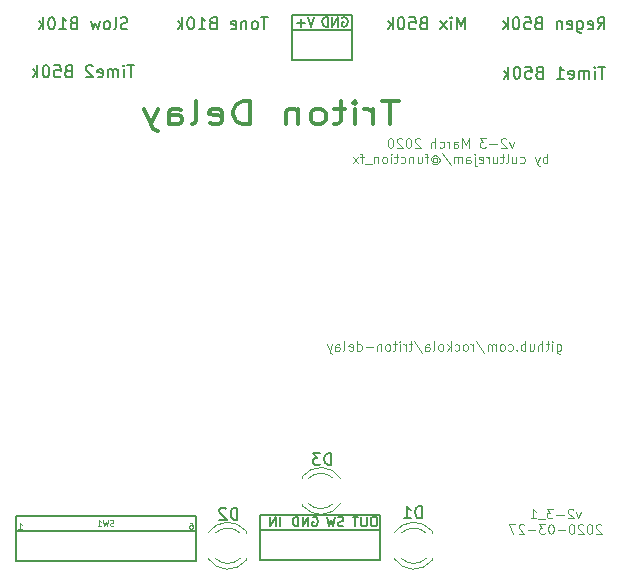
<source format=gbo>
G04 #@! TF.GenerationSoftware,KiCad,Pcbnew,(5.99.0-1153-ge46e2e4e7)*
G04 #@! TF.CreationDate,2020-03-27T11:22:06+02:00*
G04 #@! TF.ProjectId,triton-delay,74726974-6f6e-42d6-9465-6c61792e6b69,rev?*
G04 #@! TF.SameCoordinates,Original*
G04 #@! TF.FileFunction,Legend,Bot*
G04 #@! TF.FilePolarity,Positive*
%FSLAX46Y46*%
G04 Gerber Fmt 4.6, Leading zero omitted, Abs format (unit mm)*
G04 Created by KiCad (PCBNEW (5.99.0-1153-ge46e2e4e7)) date 2020-03-27 11:22:06*
%MOMM*%
%LPD*%
G01*
G04 APERTURE LIST*
%ADD10C,0.080000*%
%ADD11C,0.100000*%
%ADD12C,0.300000*%
%ADD13C,0.127000*%
%ADD14C,0.120000*%
%ADD15C,0.150000*%
%ADD16O,1.700000X1.700000*%
%ADD17C,1.700000*%
%ADD18O,2.132000X2.132000*%
%ADD19R,2.132000X2.132000*%
%ADD20O,2.030400X2.030400*%
%ADD21R,2.030400X2.030400*%
%ADD22R,1.150000X1.600000*%
%ADD23O,1.150000X1.600000*%
%ADD24R,1.700000X1.700000*%
%ADD25C,1.900000*%
%ADD26R,1.900000X1.900000*%
G04 APERTURE END LIST*
D10*
X95408666Y-82625380D02*
X95337238Y-82649190D01*
X95218190Y-82649190D01*
X95170571Y-82625380D01*
X95146761Y-82601571D01*
X95122952Y-82553952D01*
X95122952Y-82506333D01*
X95146761Y-82458714D01*
X95170571Y-82434904D01*
X95218190Y-82411095D01*
X95313428Y-82387285D01*
X95361047Y-82363476D01*
X95384857Y-82339666D01*
X95408666Y-82292047D01*
X95408666Y-82244428D01*
X95384857Y-82196809D01*
X95361047Y-82173000D01*
X95313428Y-82149190D01*
X95194380Y-82149190D01*
X95122952Y-82173000D01*
X94956285Y-82149190D02*
X94837238Y-82649190D01*
X94742000Y-82292047D01*
X94646761Y-82649190D01*
X94527714Y-82149190D01*
X94075333Y-82649190D02*
X94361047Y-82649190D01*
X94218190Y-82649190D02*
X94218190Y-82149190D01*
X94265809Y-82220619D01*
X94313428Y-82268238D01*
X94361047Y-82292047D01*
X101885761Y-82403190D02*
X101981000Y-82403190D01*
X102028619Y-82427000D01*
X102052428Y-82450809D01*
X102100047Y-82522238D01*
X102123857Y-82617476D01*
X102123857Y-82807952D01*
X102100047Y-82855571D01*
X102076238Y-82879380D01*
X102028619Y-82903190D01*
X101933380Y-82903190D01*
X101885761Y-82879380D01*
X101861952Y-82855571D01*
X101838142Y-82807952D01*
X101838142Y-82688904D01*
X101861952Y-82641285D01*
X101885761Y-82617476D01*
X101933380Y-82593666D01*
X102028619Y-82593666D01*
X102076238Y-82617476D01*
X102100047Y-82641285D01*
X102123857Y-82688904D01*
X87360142Y-82903190D02*
X87645857Y-82903190D01*
X87503000Y-82903190D02*
X87503000Y-82403190D01*
X87550619Y-82474619D01*
X87598238Y-82522238D01*
X87645857Y-82546047D01*
X134975333Y-81480571D02*
X134784857Y-82013904D01*
X134594380Y-81480571D01*
X134327714Y-81290095D02*
X134289619Y-81252000D01*
X134213428Y-81213904D01*
X134022952Y-81213904D01*
X133946761Y-81252000D01*
X133908666Y-81290095D01*
X133870571Y-81366285D01*
X133870571Y-81442476D01*
X133908666Y-81556761D01*
X134365809Y-82013904D01*
X133870571Y-82013904D01*
X133527714Y-81709142D02*
X132918190Y-81709142D01*
X132613428Y-81213904D02*
X132118190Y-81213904D01*
X132384857Y-81518666D01*
X132270571Y-81518666D01*
X132194380Y-81556761D01*
X132156285Y-81594857D01*
X132118190Y-81671047D01*
X132118190Y-81861523D01*
X132156285Y-81937714D01*
X132194380Y-81975809D01*
X132270571Y-82013904D01*
X132499142Y-82013904D01*
X132575333Y-81975809D01*
X132613428Y-81937714D01*
X131965809Y-82090095D02*
X131356285Y-82090095D01*
X130746761Y-82013904D02*
X131203904Y-82013904D01*
X130975333Y-82013904D02*
X130975333Y-81213904D01*
X131051523Y-81328190D01*
X131127714Y-81404380D01*
X131203904Y-81442476D01*
X136727714Y-82578095D02*
X136689619Y-82540000D01*
X136613428Y-82501904D01*
X136422952Y-82501904D01*
X136346761Y-82540000D01*
X136308666Y-82578095D01*
X136270571Y-82654285D01*
X136270571Y-82730476D01*
X136308666Y-82844761D01*
X136765809Y-83301904D01*
X136270571Y-83301904D01*
X135775333Y-82501904D02*
X135699142Y-82501904D01*
X135622952Y-82540000D01*
X135584857Y-82578095D01*
X135546761Y-82654285D01*
X135508666Y-82806666D01*
X135508666Y-82997142D01*
X135546761Y-83149523D01*
X135584857Y-83225714D01*
X135622952Y-83263809D01*
X135699142Y-83301904D01*
X135775333Y-83301904D01*
X135851523Y-83263809D01*
X135889619Y-83225714D01*
X135927714Y-83149523D01*
X135965809Y-82997142D01*
X135965809Y-82806666D01*
X135927714Y-82654285D01*
X135889619Y-82578095D01*
X135851523Y-82540000D01*
X135775333Y-82501904D01*
X135203904Y-82578095D02*
X135165809Y-82540000D01*
X135089619Y-82501904D01*
X134899142Y-82501904D01*
X134822952Y-82540000D01*
X134784857Y-82578095D01*
X134746761Y-82654285D01*
X134746761Y-82730476D01*
X134784857Y-82844761D01*
X135242000Y-83301904D01*
X134746761Y-83301904D01*
X134251523Y-82501904D02*
X134175333Y-82501904D01*
X134099142Y-82540000D01*
X134061047Y-82578095D01*
X134022952Y-82654285D01*
X133984857Y-82806666D01*
X133984857Y-82997142D01*
X134022952Y-83149523D01*
X134061047Y-83225714D01*
X134099142Y-83263809D01*
X134175333Y-83301904D01*
X134251523Y-83301904D01*
X134327714Y-83263809D01*
X134365809Y-83225714D01*
X134403904Y-83149523D01*
X134442000Y-82997142D01*
X134442000Y-82806666D01*
X134403904Y-82654285D01*
X134365809Y-82578095D01*
X134327714Y-82540000D01*
X134251523Y-82501904D01*
X133642000Y-82997142D02*
X133032476Y-82997142D01*
X132499142Y-82501904D02*
X132422952Y-82501904D01*
X132346761Y-82540000D01*
X132308666Y-82578095D01*
X132270571Y-82654285D01*
X132232476Y-82806666D01*
X132232476Y-82997142D01*
X132270571Y-83149523D01*
X132308666Y-83225714D01*
X132346761Y-83263809D01*
X132422952Y-83301904D01*
X132499142Y-83301904D01*
X132575333Y-83263809D01*
X132613428Y-83225714D01*
X132651523Y-83149523D01*
X132689619Y-82997142D01*
X132689619Y-82806666D01*
X132651523Y-82654285D01*
X132613428Y-82578095D01*
X132575333Y-82540000D01*
X132499142Y-82501904D01*
X131965809Y-82501904D02*
X131470571Y-82501904D01*
X131737238Y-82806666D01*
X131622952Y-82806666D01*
X131546761Y-82844761D01*
X131508666Y-82882857D01*
X131470571Y-82959047D01*
X131470571Y-83149523D01*
X131508666Y-83225714D01*
X131546761Y-83263809D01*
X131622952Y-83301904D01*
X131851523Y-83301904D01*
X131927714Y-83263809D01*
X131965809Y-83225714D01*
X131127714Y-82997142D02*
X130518190Y-82997142D01*
X130175333Y-82578095D02*
X130137238Y-82540000D01*
X130061047Y-82501904D01*
X129870571Y-82501904D01*
X129794380Y-82540000D01*
X129756285Y-82578095D01*
X129718190Y-82654285D01*
X129718190Y-82730476D01*
X129756285Y-82844761D01*
X130213428Y-83301904D01*
X129718190Y-83301904D01*
X129451523Y-82501904D02*
X128918190Y-82501904D01*
X129261047Y-83301904D01*
D11*
X129304380Y-50111571D02*
X129113904Y-50644904D01*
X128923428Y-50111571D01*
X128656761Y-49921095D02*
X128618666Y-49883000D01*
X128542476Y-49844904D01*
X128352000Y-49844904D01*
X128275809Y-49883000D01*
X128237714Y-49921095D01*
X128199619Y-49997285D01*
X128199619Y-50073476D01*
X128237714Y-50187761D01*
X128694857Y-50644904D01*
X128199619Y-50644904D01*
X127856761Y-50340142D02*
X127247238Y-50340142D01*
X126942476Y-49844904D02*
X126447238Y-49844904D01*
X126713904Y-50149666D01*
X126599619Y-50149666D01*
X126523428Y-50187761D01*
X126485333Y-50225857D01*
X126447238Y-50302047D01*
X126447238Y-50492523D01*
X126485333Y-50568714D01*
X126523428Y-50606809D01*
X126599619Y-50644904D01*
X126828190Y-50644904D01*
X126904380Y-50606809D01*
X126942476Y-50568714D01*
X125494857Y-50644904D02*
X125494857Y-49844904D01*
X125228190Y-50416333D01*
X124961523Y-49844904D01*
X124961523Y-50644904D01*
X124237714Y-50644904D02*
X124237714Y-50225857D01*
X124275809Y-50149666D01*
X124352000Y-50111571D01*
X124504380Y-50111571D01*
X124580571Y-50149666D01*
X124237714Y-50606809D02*
X124313904Y-50644904D01*
X124504380Y-50644904D01*
X124580571Y-50606809D01*
X124618666Y-50530619D01*
X124618666Y-50454428D01*
X124580571Y-50378238D01*
X124504380Y-50340142D01*
X124313904Y-50340142D01*
X124237714Y-50302047D01*
X123856761Y-50644904D02*
X123856761Y-50111571D01*
X123856761Y-50263952D02*
X123818666Y-50187761D01*
X123780571Y-50149666D01*
X123704380Y-50111571D01*
X123628190Y-50111571D01*
X123018666Y-50606809D02*
X123094857Y-50644904D01*
X123247238Y-50644904D01*
X123323428Y-50606809D01*
X123361523Y-50568714D01*
X123399619Y-50492523D01*
X123399619Y-50263952D01*
X123361523Y-50187761D01*
X123323428Y-50149666D01*
X123247238Y-50111571D01*
X123094857Y-50111571D01*
X123018666Y-50149666D01*
X122675809Y-50644904D02*
X122675809Y-49844904D01*
X122332952Y-50644904D02*
X122332952Y-50225857D01*
X122371047Y-50149666D01*
X122447238Y-50111571D01*
X122561523Y-50111571D01*
X122637714Y-50149666D01*
X122675809Y-50187761D01*
X121380571Y-49921095D02*
X121342476Y-49883000D01*
X121266285Y-49844904D01*
X121075809Y-49844904D01*
X120999619Y-49883000D01*
X120961523Y-49921095D01*
X120923428Y-49997285D01*
X120923428Y-50073476D01*
X120961523Y-50187761D01*
X121418666Y-50644904D01*
X120923428Y-50644904D01*
X120428190Y-49844904D02*
X120352000Y-49844904D01*
X120275809Y-49883000D01*
X120237714Y-49921095D01*
X120199619Y-49997285D01*
X120161523Y-50149666D01*
X120161523Y-50340142D01*
X120199619Y-50492523D01*
X120237714Y-50568714D01*
X120275809Y-50606809D01*
X120352000Y-50644904D01*
X120428190Y-50644904D01*
X120504380Y-50606809D01*
X120542476Y-50568714D01*
X120580571Y-50492523D01*
X120618666Y-50340142D01*
X120618666Y-50149666D01*
X120580571Y-49997285D01*
X120542476Y-49921095D01*
X120504380Y-49883000D01*
X120428190Y-49844904D01*
X119856761Y-49921095D02*
X119818666Y-49883000D01*
X119742476Y-49844904D01*
X119552000Y-49844904D01*
X119475809Y-49883000D01*
X119437714Y-49921095D01*
X119399619Y-49997285D01*
X119399619Y-50073476D01*
X119437714Y-50187761D01*
X119894857Y-50644904D01*
X119399619Y-50644904D01*
X118904380Y-49844904D02*
X118828190Y-49844904D01*
X118752000Y-49883000D01*
X118713904Y-49921095D01*
X118675809Y-49997285D01*
X118637714Y-50149666D01*
X118637714Y-50340142D01*
X118675809Y-50492523D01*
X118713904Y-50568714D01*
X118752000Y-50606809D01*
X118828190Y-50644904D01*
X118904380Y-50644904D01*
X118980571Y-50606809D01*
X119018666Y-50568714D01*
X119056761Y-50492523D01*
X119094857Y-50340142D01*
X119094857Y-50149666D01*
X119056761Y-49997285D01*
X119018666Y-49921095D01*
X118980571Y-49883000D01*
X118904380Y-49844904D01*
X132142476Y-51932904D02*
X132142476Y-51132904D01*
X132142476Y-51437666D02*
X132066285Y-51399571D01*
X131913904Y-51399571D01*
X131837714Y-51437666D01*
X131799619Y-51475761D01*
X131761523Y-51551952D01*
X131761523Y-51780523D01*
X131799619Y-51856714D01*
X131837714Y-51894809D01*
X131913904Y-51932904D01*
X132066285Y-51932904D01*
X132142476Y-51894809D01*
X131494857Y-51399571D02*
X131304380Y-51932904D01*
X131113904Y-51399571D02*
X131304380Y-51932904D01*
X131380571Y-52123380D01*
X131418666Y-52161476D01*
X131494857Y-52199571D01*
X129856761Y-51894809D02*
X129932952Y-51932904D01*
X130085333Y-51932904D01*
X130161523Y-51894809D01*
X130199619Y-51856714D01*
X130237714Y-51780523D01*
X130237714Y-51551952D01*
X130199619Y-51475761D01*
X130161523Y-51437666D01*
X130085333Y-51399571D01*
X129932952Y-51399571D01*
X129856761Y-51437666D01*
X129171047Y-51399571D02*
X129171047Y-51932904D01*
X129513904Y-51399571D02*
X129513904Y-51818619D01*
X129475809Y-51894809D01*
X129399619Y-51932904D01*
X129285333Y-51932904D01*
X129209142Y-51894809D01*
X129171047Y-51856714D01*
X128675809Y-51932904D02*
X128751999Y-51894809D01*
X128790095Y-51818619D01*
X128790095Y-51132904D01*
X128485333Y-51399571D02*
X128180571Y-51399571D01*
X128371047Y-51132904D02*
X128371047Y-51818619D01*
X128332952Y-51894809D01*
X128256761Y-51932904D01*
X128180571Y-51932904D01*
X127571047Y-51399571D02*
X127571047Y-51932904D01*
X127913904Y-51399571D02*
X127913904Y-51818619D01*
X127875809Y-51894809D01*
X127799619Y-51932904D01*
X127685333Y-51932904D01*
X127609142Y-51894809D01*
X127571047Y-51856714D01*
X127190095Y-51932904D02*
X127190095Y-51399571D01*
X127190095Y-51551952D02*
X127151999Y-51475761D01*
X127113904Y-51437666D01*
X127037714Y-51399571D01*
X126961523Y-51399571D01*
X126390095Y-51894809D02*
X126466285Y-51932904D01*
X126618666Y-51932904D01*
X126694857Y-51894809D01*
X126732952Y-51818619D01*
X126732952Y-51513857D01*
X126694857Y-51437666D01*
X126618666Y-51399571D01*
X126466285Y-51399571D01*
X126390095Y-51437666D01*
X126351999Y-51513857D01*
X126351999Y-51590047D01*
X126732952Y-51666238D01*
X126009142Y-51399571D02*
X126009142Y-52085285D01*
X126047238Y-52161476D01*
X126123428Y-52199571D01*
X126161523Y-52199571D01*
X126009142Y-51132904D02*
X126047238Y-51171000D01*
X126009142Y-51209095D01*
X125971047Y-51171000D01*
X126009142Y-51132904D01*
X126009142Y-51209095D01*
X125285333Y-51932904D02*
X125285333Y-51513857D01*
X125323428Y-51437666D01*
X125399619Y-51399571D01*
X125552000Y-51399571D01*
X125628190Y-51437666D01*
X125285333Y-51894809D02*
X125361523Y-51932904D01*
X125552000Y-51932904D01*
X125628190Y-51894809D01*
X125666285Y-51818619D01*
X125666285Y-51742428D01*
X125628190Y-51666238D01*
X125552000Y-51628142D01*
X125361523Y-51628142D01*
X125285333Y-51590047D01*
X124904380Y-51932904D02*
X124904380Y-51399571D01*
X124904380Y-51475761D02*
X124866285Y-51437666D01*
X124790095Y-51399571D01*
X124675809Y-51399571D01*
X124599619Y-51437666D01*
X124561523Y-51513857D01*
X124561523Y-51932904D01*
X124561523Y-51513857D02*
X124523428Y-51437666D01*
X124447238Y-51399571D01*
X124332952Y-51399571D01*
X124256761Y-51437666D01*
X124218666Y-51513857D01*
X124218666Y-51932904D01*
X123266285Y-51094809D02*
X123952000Y-52123380D01*
X122504380Y-51551952D02*
X122542476Y-51513857D01*
X122618666Y-51475761D01*
X122694857Y-51475761D01*
X122771047Y-51513857D01*
X122809142Y-51551952D01*
X122847238Y-51628142D01*
X122847238Y-51704333D01*
X122809142Y-51780523D01*
X122771047Y-51818619D01*
X122694857Y-51856714D01*
X122618666Y-51856714D01*
X122542476Y-51818619D01*
X122504380Y-51780523D01*
X122504380Y-51475761D02*
X122504380Y-51780523D01*
X122466285Y-51818619D01*
X122428190Y-51818619D01*
X122352000Y-51780523D01*
X122313904Y-51704333D01*
X122313904Y-51513857D01*
X122390095Y-51399571D01*
X122504380Y-51323380D01*
X122656761Y-51285285D01*
X122809142Y-51323380D01*
X122923428Y-51399571D01*
X122999619Y-51513857D01*
X123037714Y-51666238D01*
X122999619Y-51818619D01*
X122923428Y-51932904D01*
X122809142Y-52009095D01*
X122656761Y-52047190D01*
X122504380Y-52009095D01*
X122390095Y-51932904D01*
X122085333Y-51399571D02*
X121780571Y-51399571D01*
X121971047Y-51932904D02*
X121971047Y-51247190D01*
X121932952Y-51171000D01*
X121856761Y-51132904D01*
X121780571Y-51132904D01*
X121171047Y-51399571D02*
X121171047Y-51932904D01*
X121513904Y-51399571D02*
X121513904Y-51818619D01*
X121475809Y-51894809D01*
X121399619Y-51932904D01*
X121285333Y-51932904D01*
X121209142Y-51894809D01*
X121171047Y-51856714D01*
X120790095Y-51399571D02*
X120790095Y-51932904D01*
X120790095Y-51475761D02*
X120752000Y-51437666D01*
X120675809Y-51399571D01*
X120561523Y-51399571D01*
X120485333Y-51437666D01*
X120447238Y-51513857D01*
X120447238Y-51932904D01*
X119723428Y-51894809D02*
X119799619Y-51932904D01*
X119952000Y-51932904D01*
X120028190Y-51894809D01*
X120066285Y-51856714D01*
X120104380Y-51780523D01*
X120104380Y-51551952D01*
X120066285Y-51475761D01*
X120028190Y-51437666D01*
X119952000Y-51399571D01*
X119799619Y-51399571D01*
X119723428Y-51437666D01*
X119494857Y-51399571D02*
X119190095Y-51399571D01*
X119380571Y-51132904D02*
X119380571Y-51818619D01*
X119342476Y-51894809D01*
X119266285Y-51932904D01*
X119190095Y-51932904D01*
X118923428Y-51932904D02*
X118923428Y-51399571D01*
X118923428Y-51132904D02*
X118961523Y-51171000D01*
X118923428Y-51209095D01*
X118885333Y-51171000D01*
X118923428Y-51132904D01*
X118923428Y-51209095D01*
X118428190Y-51932904D02*
X118504380Y-51894809D01*
X118542476Y-51856714D01*
X118580571Y-51780523D01*
X118580571Y-51551952D01*
X118542476Y-51475761D01*
X118504380Y-51437666D01*
X118428190Y-51399571D01*
X118313904Y-51399571D01*
X118237714Y-51437666D01*
X118199619Y-51475761D01*
X118161523Y-51551952D01*
X118161523Y-51780523D01*
X118199619Y-51856714D01*
X118237714Y-51894809D01*
X118313904Y-51932904D01*
X118428190Y-51932904D01*
X117818666Y-51399571D02*
X117818666Y-51932904D01*
X117818666Y-51475761D02*
X117780571Y-51437666D01*
X117704380Y-51399571D01*
X117590095Y-51399571D01*
X117513904Y-51437666D01*
X117475809Y-51513857D01*
X117475809Y-51932904D01*
X117285333Y-52009095D02*
X116675809Y-52009095D01*
X116599619Y-51399571D02*
X116294857Y-51399571D01*
X116485333Y-51932904D02*
X116485333Y-51247190D01*
X116447238Y-51171000D01*
X116371047Y-51132904D01*
X116294857Y-51132904D01*
X116104380Y-51932904D02*
X115685333Y-51399571D01*
X116104380Y-51399571D02*
X115685333Y-51932904D01*
X132948761Y-67265571D02*
X132948761Y-67913190D01*
X132986857Y-67989380D01*
X133024952Y-68027476D01*
X133101142Y-68065571D01*
X133215428Y-68065571D01*
X133291619Y-68027476D01*
X132948761Y-67760809D02*
X133024952Y-67798904D01*
X133177333Y-67798904D01*
X133253523Y-67760809D01*
X133291619Y-67722714D01*
X133329714Y-67646523D01*
X133329714Y-67417952D01*
X133291619Y-67341761D01*
X133253523Y-67303666D01*
X133177333Y-67265571D01*
X133024952Y-67265571D01*
X132948761Y-67303666D01*
X132567809Y-67798904D02*
X132567809Y-67265571D01*
X132567809Y-66998904D02*
X132605904Y-67037000D01*
X132567809Y-67075095D01*
X132529714Y-67037000D01*
X132567809Y-66998904D01*
X132567809Y-67075095D01*
X132301142Y-67265571D02*
X131996380Y-67265571D01*
X132186857Y-66998904D02*
X132186857Y-67684619D01*
X132148761Y-67760809D01*
X132072571Y-67798904D01*
X131996380Y-67798904D01*
X131729714Y-67798904D02*
X131729714Y-66998904D01*
X131386857Y-67798904D02*
X131386857Y-67379857D01*
X131424952Y-67303666D01*
X131501142Y-67265571D01*
X131615428Y-67265571D01*
X131691619Y-67303666D01*
X131729714Y-67341761D01*
X130663047Y-67265571D02*
X130663047Y-67798904D01*
X131005904Y-67265571D02*
X131005904Y-67684619D01*
X130967809Y-67760809D01*
X130891619Y-67798904D01*
X130777333Y-67798904D01*
X130701142Y-67760809D01*
X130663047Y-67722714D01*
X130282095Y-67798904D02*
X130282095Y-66998904D01*
X130282095Y-67303666D02*
X130205904Y-67265571D01*
X130053523Y-67265571D01*
X129977333Y-67303666D01*
X129939238Y-67341761D01*
X129901142Y-67417952D01*
X129901142Y-67646523D01*
X129939238Y-67722714D01*
X129977333Y-67760809D01*
X130053523Y-67798904D01*
X130205904Y-67798904D01*
X130282095Y-67760809D01*
X129558285Y-67722714D02*
X129520190Y-67760809D01*
X129558285Y-67798904D01*
X129596380Y-67760809D01*
X129558285Y-67722714D01*
X129558285Y-67798904D01*
X128834476Y-67760809D02*
X128910666Y-67798904D01*
X129063047Y-67798904D01*
X129139238Y-67760809D01*
X129177333Y-67722714D01*
X129215428Y-67646523D01*
X129215428Y-67417952D01*
X129177333Y-67341761D01*
X129139238Y-67303666D01*
X129063047Y-67265571D01*
X128910666Y-67265571D01*
X128834476Y-67303666D01*
X128377333Y-67798904D02*
X128453523Y-67760809D01*
X128491619Y-67722714D01*
X128529714Y-67646523D01*
X128529714Y-67417952D01*
X128491619Y-67341761D01*
X128453523Y-67303666D01*
X128377333Y-67265571D01*
X128263047Y-67265571D01*
X128186857Y-67303666D01*
X128148761Y-67341761D01*
X128110666Y-67417952D01*
X128110666Y-67646523D01*
X128148761Y-67722714D01*
X128186857Y-67760809D01*
X128263047Y-67798904D01*
X128377333Y-67798904D01*
X127767809Y-67798904D02*
X127767809Y-67265571D01*
X127767809Y-67341761D02*
X127729714Y-67303666D01*
X127653523Y-67265571D01*
X127539238Y-67265571D01*
X127463047Y-67303666D01*
X127424952Y-67379857D01*
X127424952Y-67798904D01*
X127424952Y-67379857D02*
X127386857Y-67303666D01*
X127310666Y-67265571D01*
X127196380Y-67265571D01*
X127120190Y-67303666D01*
X127082095Y-67379857D01*
X127082095Y-67798904D01*
X126129714Y-66960809D02*
X126815428Y-67989380D01*
X125863047Y-67798904D02*
X125863047Y-67265571D01*
X125863047Y-67417952D02*
X125824952Y-67341761D01*
X125786857Y-67303666D01*
X125710666Y-67265571D01*
X125634476Y-67265571D01*
X125253523Y-67798904D02*
X125329714Y-67760809D01*
X125367809Y-67722714D01*
X125405904Y-67646523D01*
X125405904Y-67417952D01*
X125367809Y-67341761D01*
X125329714Y-67303666D01*
X125253523Y-67265571D01*
X125139238Y-67265571D01*
X125063047Y-67303666D01*
X125024952Y-67341761D01*
X124986857Y-67417952D01*
X124986857Y-67646523D01*
X125024952Y-67722714D01*
X125063047Y-67760809D01*
X125139238Y-67798904D01*
X125253523Y-67798904D01*
X124301142Y-67760809D02*
X124377333Y-67798904D01*
X124529714Y-67798904D01*
X124605904Y-67760809D01*
X124644000Y-67722714D01*
X124682095Y-67646523D01*
X124682095Y-67417952D01*
X124644000Y-67341761D01*
X124605904Y-67303666D01*
X124529714Y-67265571D01*
X124377333Y-67265571D01*
X124301142Y-67303666D01*
X123958285Y-67798904D02*
X123958285Y-66998904D01*
X123882095Y-67494142D02*
X123653523Y-67798904D01*
X123653523Y-67265571D02*
X123958285Y-67570333D01*
X123196380Y-67798904D02*
X123272571Y-67760809D01*
X123310666Y-67722714D01*
X123348761Y-67646523D01*
X123348761Y-67417952D01*
X123310666Y-67341761D01*
X123272571Y-67303666D01*
X123196380Y-67265571D01*
X123082095Y-67265571D01*
X123005904Y-67303666D01*
X122967809Y-67341761D01*
X122929714Y-67417952D01*
X122929714Y-67646523D01*
X122967809Y-67722714D01*
X123005904Y-67760809D01*
X123082095Y-67798904D01*
X123196380Y-67798904D01*
X122472571Y-67798904D02*
X122548761Y-67760809D01*
X122586857Y-67684619D01*
X122586857Y-66998904D01*
X121824952Y-67798904D02*
X121824952Y-67379857D01*
X121863047Y-67303666D01*
X121939238Y-67265571D01*
X122091619Y-67265571D01*
X122167809Y-67303666D01*
X121824952Y-67760809D02*
X121901142Y-67798904D01*
X122091619Y-67798904D01*
X122167809Y-67760809D01*
X122205904Y-67684619D01*
X122205904Y-67608428D01*
X122167809Y-67532238D01*
X122091619Y-67494142D01*
X121901142Y-67494142D01*
X121824952Y-67456047D01*
X120872571Y-66960809D02*
X121558285Y-67989380D01*
X120720190Y-67265571D02*
X120415428Y-67265571D01*
X120605904Y-66998904D02*
X120605904Y-67684619D01*
X120567809Y-67760809D01*
X120491619Y-67798904D01*
X120415428Y-67798904D01*
X120148761Y-67798904D02*
X120148761Y-67265571D01*
X120148761Y-67417952D02*
X120110666Y-67341761D01*
X120072571Y-67303666D01*
X119996380Y-67265571D01*
X119920190Y-67265571D01*
X119653523Y-67798904D02*
X119653523Y-67265571D01*
X119653523Y-66998904D02*
X119691619Y-67037000D01*
X119653523Y-67075095D01*
X119615428Y-67037000D01*
X119653523Y-66998904D01*
X119653523Y-67075095D01*
X119386857Y-67265571D02*
X119082095Y-67265571D01*
X119272571Y-66998904D02*
X119272571Y-67684619D01*
X119234476Y-67760809D01*
X119158285Y-67798904D01*
X119082095Y-67798904D01*
X118701142Y-67798904D02*
X118777333Y-67760809D01*
X118815428Y-67722714D01*
X118853523Y-67646523D01*
X118853523Y-67417952D01*
X118815428Y-67341761D01*
X118777333Y-67303666D01*
X118701142Y-67265571D01*
X118586857Y-67265571D01*
X118510666Y-67303666D01*
X118472571Y-67341761D01*
X118434476Y-67417952D01*
X118434476Y-67646523D01*
X118472571Y-67722714D01*
X118510666Y-67760809D01*
X118586857Y-67798904D01*
X118701142Y-67798904D01*
X118091619Y-67265571D02*
X118091619Y-67798904D01*
X118091619Y-67341761D02*
X118053523Y-67303666D01*
X117977333Y-67265571D01*
X117863047Y-67265571D01*
X117786857Y-67303666D01*
X117748761Y-67379857D01*
X117748761Y-67798904D01*
X117367809Y-67494142D02*
X116758285Y-67494142D01*
X116034476Y-67798904D02*
X116034476Y-66998904D01*
X116034476Y-67760809D02*
X116110666Y-67798904D01*
X116263047Y-67798904D01*
X116339238Y-67760809D01*
X116377333Y-67722714D01*
X116415428Y-67646523D01*
X116415428Y-67417952D01*
X116377333Y-67341761D01*
X116339238Y-67303666D01*
X116263047Y-67265571D01*
X116110666Y-67265571D01*
X116034476Y-67303666D01*
X115348761Y-67760809D02*
X115424952Y-67798904D01*
X115577333Y-67798904D01*
X115653523Y-67760809D01*
X115691619Y-67684619D01*
X115691619Y-67379857D01*
X115653523Y-67303666D01*
X115577333Y-67265571D01*
X115424952Y-67265571D01*
X115348761Y-67303666D01*
X115310666Y-67379857D01*
X115310666Y-67456047D01*
X115691619Y-67532238D01*
X114853523Y-67798904D02*
X114929714Y-67760809D01*
X114967809Y-67684619D01*
X114967809Y-66998904D01*
X114205904Y-67798904D02*
X114205904Y-67379857D01*
X114244000Y-67303666D01*
X114320190Y-67265571D01*
X114472571Y-67265571D01*
X114548761Y-67303666D01*
X114205904Y-67760809D02*
X114282095Y-67798904D01*
X114472571Y-67798904D01*
X114548761Y-67760809D01*
X114586857Y-67684619D01*
X114586857Y-67608428D01*
X114548761Y-67532238D01*
X114472571Y-67494142D01*
X114282095Y-67494142D01*
X114205904Y-67456047D01*
X113901142Y-67265571D02*
X113710666Y-67798904D01*
X113520190Y-67265571D02*
X113710666Y-67798904D01*
X113786857Y-67989380D01*
X113824952Y-68027476D01*
X113901142Y-68065571D01*
D12*
X119562000Y-46711523D02*
X118162000Y-46711523D01*
X118862000Y-48611523D02*
X118862000Y-46711523D01*
X117345333Y-48611523D02*
X117345333Y-47344857D01*
X117345333Y-47706761D02*
X117228666Y-47525809D01*
X117112000Y-47435333D01*
X116878666Y-47344857D01*
X116645333Y-47344857D01*
X115828666Y-48611523D02*
X115828666Y-47344857D01*
X115828666Y-46711523D02*
X115945333Y-46802000D01*
X115828666Y-46892476D01*
X115712000Y-46802000D01*
X115828666Y-46711523D01*
X115828666Y-46892476D01*
X115012000Y-47344857D02*
X114078666Y-47344857D01*
X114662000Y-46711523D02*
X114662000Y-48340095D01*
X114545333Y-48521047D01*
X114312000Y-48611523D01*
X114078666Y-48611523D01*
X112912000Y-48611523D02*
X113145333Y-48521047D01*
X113262000Y-48430571D01*
X113378666Y-48249619D01*
X113378666Y-47706761D01*
X113262000Y-47525809D01*
X113145333Y-47435333D01*
X112912000Y-47344857D01*
X112562000Y-47344857D01*
X112328666Y-47435333D01*
X112212000Y-47525809D01*
X112095333Y-47706761D01*
X112095333Y-48249619D01*
X112212000Y-48430571D01*
X112328666Y-48521047D01*
X112562000Y-48611523D01*
X112912000Y-48611523D01*
X111045333Y-47344857D02*
X111045333Y-48611523D01*
X111045333Y-47525809D02*
X110928666Y-47435333D01*
X110695333Y-47344857D01*
X110345333Y-47344857D01*
X110112000Y-47435333D01*
X109995333Y-47616285D01*
X109995333Y-48611523D01*
X106962000Y-48611523D02*
X106962000Y-46711523D01*
X106378666Y-46711523D01*
X106028666Y-46802000D01*
X105795333Y-46982952D01*
X105678666Y-47163904D01*
X105562000Y-47525809D01*
X105562000Y-47797238D01*
X105678666Y-48159142D01*
X105795333Y-48340095D01*
X106028666Y-48521047D01*
X106378666Y-48611523D01*
X106962000Y-48611523D01*
X103578666Y-48521047D02*
X103812000Y-48611523D01*
X104278666Y-48611523D01*
X104512000Y-48521047D01*
X104628666Y-48340095D01*
X104628666Y-47616285D01*
X104512000Y-47435333D01*
X104278666Y-47344857D01*
X103812000Y-47344857D01*
X103578666Y-47435333D01*
X103462000Y-47616285D01*
X103462000Y-47797238D01*
X104628666Y-47978190D01*
X102062000Y-48611523D02*
X102295333Y-48521047D01*
X102412000Y-48340095D01*
X102412000Y-46711523D01*
X100078666Y-48611523D02*
X100078666Y-47616285D01*
X100195333Y-47435333D01*
X100428666Y-47344857D01*
X100895333Y-47344857D01*
X101128666Y-47435333D01*
X100078666Y-48521047D02*
X100312000Y-48611523D01*
X100895333Y-48611523D01*
X101128666Y-48521047D01*
X101245333Y-48340095D01*
X101245333Y-48159142D01*
X101128666Y-47978190D01*
X100895333Y-47887714D01*
X100312000Y-47887714D01*
X100078666Y-47797238D01*
X99145333Y-47344857D02*
X98562000Y-48611523D01*
X97978666Y-47344857D02*
X98562000Y-48611523D01*
X98795333Y-49063904D01*
X98912000Y-49154380D01*
X99145333Y-49244857D01*
D13*
X87122000Y-81788000D02*
X87122000Y-83058000D01*
X102362000Y-81788000D02*
X87122000Y-81788000D01*
X102362000Y-83058000D02*
X102362000Y-81788000D01*
X87122000Y-85598000D02*
X87122000Y-83058000D01*
X87122000Y-85598000D02*
X102362000Y-85598000D01*
X102362000Y-83058000D02*
X102362000Y-85598000D01*
X102362000Y-83058000D02*
X87122000Y-83058000D01*
X110490000Y-40640000D02*
X110490000Y-39370000D01*
X115570000Y-40640000D02*
X115570000Y-39370000D01*
X110490000Y-39370000D02*
X115570000Y-39370000D01*
X110490000Y-43180000D02*
X110490000Y-40640000D01*
X115570000Y-43180000D02*
X115570000Y-40640000D01*
X110490000Y-43180000D02*
X115570000Y-43180000D01*
X115570000Y-40640000D02*
X110490000Y-40640000D01*
X118008400Y-82956400D02*
X107848400Y-82956400D01*
X107848400Y-85496400D02*
X118008400Y-85496400D01*
X118008400Y-85496400D02*
X118008400Y-82956400D01*
X107848400Y-85496400D02*
X107848400Y-82956400D01*
X107848400Y-81686400D02*
X118008400Y-81686400D01*
X118008400Y-82956400D02*
X118008400Y-81686400D01*
X107848400Y-82956400D02*
X107848400Y-81686400D01*
D14*
X114638835Y-80771108D02*
G75*
G02*
X111406500Y-80928016I-1672335J1078608D01*
G01*
X114638835Y-78613892D02*
G75*
G03*
X111406500Y-78456984I-1672335J-1078608D01*
G01*
X114007630Y-80772337D02*
G75*
G02*
X111925539Y-80772500I-1041130J1079837D01*
G01*
X114007630Y-78612663D02*
G75*
G03*
X111925539Y-78612500I-1041130J-1079837D01*
G01*
X111406500Y-80928500D02*
X111406500Y-80772500D01*
X111406500Y-78612500D02*
X111406500Y-78456500D01*
X103420165Y-83249392D02*
G75*
G02*
X106652500Y-83092484I1672335J-1078608D01*
G01*
X103420165Y-85406608D02*
G75*
G03*
X106652500Y-85563516I1672335J1078608D01*
G01*
X104051370Y-83248163D02*
G75*
G02*
X106133461Y-83248000I1041130J-1079837D01*
G01*
X104051370Y-85407837D02*
G75*
G03*
X106133461Y-85408000I1041130J1079837D01*
G01*
X106652500Y-83092000D02*
X106652500Y-83248000D01*
X106652500Y-85408000D02*
X106652500Y-85564000D01*
X119168165Y-83249392D02*
G75*
G02*
X122400500Y-83092484I1672335J-1078608D01*
G01*
X119168165Y-85406608D02*
G75*
G03*
X122400500Y-85563516I1672335J1078608D01*
G01*
X119799370Y-83248163D02*
G75*
G02*
X121881461Y-83248000I1041130J-1079837D01*
G01*
X119799370Y-85407837D02*
G75*
G03*
X121881461Y-85408000I1041130J1079837D01*
G01*
X122400500Y-83092000D02*
X122400500Y-83248000D01*
X122400500Y-85408000D02*
X122400500Y-85564000D01*
D15*
X97170333Y-43648380D02*
X96598904Y-43648380D01*
X96884619Y-44648380D02*
X96884619Y-43648380D01*
X96265571Y-44648380D02*
X96265571Y-43981714D01*
X96265571Y-43648380D02*
X96313190Y-43696000D01*
X96265571Y-43743619D01*
X96217952Y-43696000D01*
X96265571Y-43648380D01*
X96265571Y-43743619D01*
X95789380Y-44648380D02*
X95789380Y-43981714D01*
X95789380Y-44076952D02*
X95741761Y-44029333D01*
X95646523Y-43981714D01*
X95503666Y-43981714D01*
X95408428Y-44029333D01*
X95360809Y-44124571D01*
X95360809Y-44648380D01*
X95360809Y-44124571D02*
X95313190Y-44029333D01*
X95217952Y-43981714D01*
X95075095Y-43981714D01*
X94979857Y-44029333D01*
X94932238Y-44124571D01*
X94932238Y-44648380D01*
X94075095Y-44600761D02*
X94170333Y-44648380D01*
X94360809Y-44648380D01*
X94456047Y-44600761D01*
X94503666Y-44505523D01*
X94503666Y-44124571D01*
X94456047Y-44029333D01*
X94360809Y-43981714D01*
X94170333Y-43981714D01*
X94075095Y-44029333D01*
X94027476Y-44124571D01*
X94027476Y-44219809D01*
X94503666Y-44315047D01*
X93646523Y-43743619D02*
X93598904Y-43696000D01*
X93503666Y-43648380D01*
X93265571Y-43648380D01*
X93170333Y-43696000D01*
X93122714Y-43743619D01*
X93075095Y-43838857D01*
X93075095Y-43934095D01*
X93122714Y-44076952D01*
X93694142Y-44648380D01*
X93075095Y-44648380D01*
X91551285Y-44124571D02*
X91408428Y-44172190D01*
X91360809Y-44219809D01*
X91313190Y-44315047D01*
X91313190Y-44457904D01*
X91360809Y-44553142D01*
X91408428Y-44600761D01*
X91503666Y-44648380D01*
X91884619Y-44648380D01*
X91884619Y-43648380D01*
X91551285Y-43648380D01*
X91456047Y-43696000D01*
X91408428Y-43743619D01*
X91360809Y-43838857D01*
X91360809Y-43934095D01*
X91408428Y-44029333D01*
X91456047Y-44076952D01*
X91551285Y-44124571D01*
X91884619Y-44124571D01*
X90408428Y-43648380D02*
X90884619Y-43648380D01*
X90932238Y-44124571D01*
X90884619Y-44076952D01*
X90789380Y-44029333D01*
X90551285Y-44029333D01*
X90456047Y-44076952D01*
X90408428Y-44124571D01*
X90360809Y-44219809D01*
X90360809Y-44457904D01*
X90408428Y-44553142D01*
X90456047Y-44600761D01*
X90551285Y-44648380D01*
X90789380Y-44648380D01*
X90884619Y-44600761D01*
X90932238Y-44553142D01*
X89741761Y-43648380D02*
X89646523Y-43648380D01*
X89551285Y-43696000D01*
X89503666Y-43743619D01*
X89456047Y-43838857D01*
X89408428Y-44029333D01*
X89408428Y-44267428D01*
X89456047Y-44457904D01*
X89503666Y-44553142D01*
X89551285Y-44600761D01*
X89646523Y-44648380D01*
X89741761Y-44648380D01*
X89837000Y-44600761D01*
X89884619Y-44553142D01*
X89932238Y-44457904D01*
X89979857Y-44267428D01*
X89979857Y-44029333D01*
X89932238Y-43838857D01*
X89884619Y-43743619D01*
X89837000Y-43696000D01*
X89741761Y-43648380D01*
X88979857Y-44648380D02*
X88979857Y-43648380D01*
X88884619Y-44267428D02*
X88598904Y-44648380D01*
X88598904Y-43981714D02*
X88979857Y-44362666D01*
X137048333Y-43775380D02*
X136476904Y-43775380D01*
X136762619Y-44775380D02*
X136762619Y-43775380D01*
X136143571Y-44775380D02*
X136143571Y-44108714D01*
X136143571Y-43775380D02*
X136191190Y-43823000D01*
X136143571Y-43870619D01*
X136095952Y-43823000D01*
X136143571Y-43775380D01*
X136143571Y-43870619D01*
X135667380Y-44775380D02*
X135667380Y-44108714D01*
X135667380Y-44203952D02*
X135619761Y-44156333D01*
X135524523Y-44108714D01*
X135381666Y-44108714D01*
X135286428Y-44156333D01*
X135238809Y-44251571D01*
X135238809Y-44775380D01*
X135238809Y-44251571D02*
X135191190Y-44156333D01*
X135095952Y-44108714D01*
X134953095Y-44108714D01*
X134857857Y-44156333D01*
X134810238Y-44251571D01*
X134810238Y-44775380D01*
X133953095Y-44727761D02*
X134048333Y-44775380D01*
X134238809Y-44775380D01*
X134334047Y-44727761D01*
X134381666Y-44632523D01*
X134381666Y-44251571D01*
X134334047Y-44156333D01*
X134238809Y-44108714D01*
X134048333Y-44108714D01*
X133953095Y-44156333D01*
X133905476Y-44251571D01*
X133905476Y-44346809D01*
X134381666Y-44442047D01*
X132953095Y-44775380D02*
X133524523Y-44775380D01*
X133238809Y-44775380D02*
X133238809Y-43775380D01*
X133334047Y-43918238D01*
X133429285Y-44013476D01*
X133524523Y-44061095D01*
X131429285Y-44251571D02*
X131286428Y-44299190D01*
X131238809Y-44346809D01*
X131191190Y-44442047D01*
X131191190Y-44584904D01*
X131238809Y-44680142D01*
X131286428Y-44727761D01*
X131381666Y-44775380D01*
X131762619Y-44775380D01*
X131762619Y-43775380D01*
X131429285Y-43775380D01*
X131334047Y-43823000D01*
X131286428Y-43870619D01*
X131238809Y-43965857D01*
X131238809Y-44061095D01*
X131286428Y-44156333D01*
X131334047Y-44203952D01*
X131429285Y-44251571D01*
X131762619Y-44251571D01*
X130286428Y-43775380D02*
X130762619Y-43775380D01*
X130810238Y-44251571D01*
X130762619Y-44203952D01*
X130667380Y-44156333D01*
X130429285Y-44156333D01*
X130334047Y-44203952D01*
X130286428Y-44251571D01*
X130238809Y-44346809D01*
X130238809Y-44584904D01*
X130286428Y-44680142D01*
X130334047Y-44727761D01*
X130429285Y-44775380D01*
X130667380Y-44775380D01*
X130762619Y-44727761D01*
X130810238Y-44680142D01*
X129619761Y-43775380D02*
X129524523Y-43775380D01*
X129429285Y-43823000D01*
X129381666Y-43870619D01*
X129334047Y-43965857D01*
X129286428Y-44156333D01*
X129286428Y-44394428D01*
X129334047Y-44584904D01*
X129381666Y-44680142D01*
X129429285Y-44727761D01*
X129524523Y-44775380D01*
X129619761Y-44775380D01*
X129715000Y-44727761D01*
X129762619Y-44680142D01*
X129810238Y-44584904D01*
X129857857Y-44394428D01*
X129857857Y-44156333D01*
X129810238Y-43965857D01*
X129762619Y-43870619D01*
X129715000Y-43823000D01*
X129619761Y-43775380D01*
X128857857Y-44775380D02*
X128857857Y-43775380D01*
X128762619Y-44394428D02*
X128476904Y-44775380D01*
X128476904Y-44108714D02*
X128857857Y-44489666D01*
X114782523Y-39605000D02*
X114858714Y-39566904D01*
X114973000Y-39566904D01*
X115087285Y-39605000D01*
X115163476Y-39681190D01*
X115201571Y-39757380D01*
X115239666Y-39909761D01*
X115239666Y-40024047D01*
X115201571Y-40176428D01*
X115163476Y-40252619D01*
X115087285Y-40328809D01*
X114973000Y-40366904D01*
X114896809Y-40366904D01*
X114782523Y-40328809D01*
X114744428Y-40290714D01*
X114744428Y-40024047D01*
X114896809Y-40024047D01*
X114401571Y-40366904D02*
X114401571Y-39566904D01*
X113944428Y-40366904D01*
X113944428Y-39566904D01*
X113563476Y-40366904D02*
X113563476Y-39566904D01*
X113373000Y-39566904D01*
X113258714Y-39605000D01*
X113182523Y-39681190D01*
X113144428Y-39757380D01*
X113106333Y-39909761D01*
X113106333Y-40024047D01*
X113144428Y-40176428D01*
X113182523Y-40252619D01*
X113258714Y-40328809D01*
X113373000Y-40366904D01*
X113563476Y-40366904D01*
X112394904Y-39566904D02*
X112128238Y-40366904D01*
X111861571Y-39566904D01*
X111594904Y-40062142D02*
X110985380Y-40062142D01*
X111290142Y-40366904D02*
X111290142Y-39757380D01*
X136405476Y-40584380D02*
X136738809Y-40108190D01*
X136976904Y-40584380D02*
X136976904Y-39584380D01*
X136595952Y-39584380D01*
X136500714Y-39632000D01*
X136453095Y-39679619D01*
X136405476Y-39774857D01*
X136405476Y-39917714D01*
X136453095Y-40012952D01*
X136500714Y-40060571D01*
X136595952Y-40108190D01*
X136976904Y-40108190D01*
X135595952Y-40536761D02*
X135691190Y-40584380D01*
X135881666Y-40584380D01*
X135976904Y-40536761D01*
X136024523Y-40441523D01*
X136024523Y-40060571D01*
X135976904Y-39965333D01*
X135881666Y-39917714D01*
X135691190Y-39917714D01*
X135595952Y-39965333D01*
X135548333Y-40060571D01*
X135548333Y-40155809D01*
X136024523Y-40251047D01*
X134691190Y-39917714D02*
X134691190Y-40727238D01*
X134738809Y-40822476D01*
X134786428Y-40870095D01*
X134881666Y-40917714D01*
X135024523Y-40917714D01*
X135119761Y-40870095D01*
X134691190Y-40536761D02*
X134786428Y-40584380D01*
X134976904Y-40584380D01*
X135072142Y-40536761D01*
X135119761Y-40489142D01*
X135167380Y-40393904D01*
X135167380Y-40108190D01*
X135119761Y-40012952D01*
X135072142Y-39965333D01*
X134976904Y-39917714D01*
X134786428Y-39917714D01*
X134691190Y-39965333D01*
X133834047Y-40536761D02*
X133929285Y-40584380D01*
X134119761Y-40584380D01*
X134215000Y-40536761D01*
X134262619Y-40441523D01*
X134262619Y-40060571D01*
X134215000Y-39965333D01*
X134119761Y-39917714D01*
X133929285Y-39917714D01*
X133834047Y-39965333D01*
X133786428Y-40060571D01*
X133786428Y-40155809D01*
X134262619Y-40251047D01*
X133357857Y-39917714D02*
X133357857Y-40584380D01*
X133357857Y-40012952D02*
X133310238Y-39965333D01*
X133215000Y-39917714D01*
X133072142Y-39917714D01*
X132976904Y-39965333D01*
X132929285Y-40060571D01*
X132929285Y-40584380D01*
X131357857Y-40060571D02*
X131215000Y-40108190D01*
X131167380Y-40155809D01*
X131119761Y-40251047D01*
X131119761Y-40393904D01*
X131167380Y-40489142D01*
X131215000Y-40536761D01*
X131310238Y-40584380D01*
X131691190Y-40584380D01*
X131691190Y-39584380D01*
X131357857Y-39584380D01*
X131262619Y-39632000D01*
X131215000Y-39679619D01*
X131167380Y-39774857D01*
X131167380Y-39870095D01*
X131215000Y-39965333D01*
X131262619Y-40012952D01*
X131357857Y-40060571D01*
X131691190Y-40060571D01*
X130215000Y-39584380D02*
X130691190Y-39584380D01*
X130738809Y-40060571D01*
X130691190Y-40012952D01*
X130595952Y-39965333D01*
X130357857Y-39965333D01*
X130262619Y-40012952D01*
X130215000Y-40060571D01*
X130167380Y-40155809D01*
X130167380Y-40393904D01*
X130215000Y-40489142D01*
X130262619Y-40536761D01*
X130357857Y-40584380D01*
X130595952Y-40584380D01*
X130691190Y-40536761D01*
X130738809Y-40489142D01*
X129548333Y-39584380D02*
X129453095Y-39584380D01*
X129357857Y-39632000D01*
X129310238Y-39679619D01*
X129262619Y-39774857D01*
X129215000Y-39965333D01*
X129215000Y-40203428D01*
X129262619Y-40393904D01*
X129310238Y-40489142D01*
X129357857Y-40536761D01*
X129453095Y-40584380D01*
X129548333Y-40584380D01*
X129643571Y-40536761D01*
X129691190Y-40489142D01*
X129738809Y-40393904D01*
X129786428Y-40203428D01*
X129786428Y-39965333D01*
X129738809Y-39774857D01*
X129691190Y-39679619D01*
X129643571Y-39632000D01*
X129548333Y-39584380D01*
X128786428Y-40584380D02*
X128786428Y-39584380D01*
X128691190Y-40203428D02*
X128405476Y-40584380D01*
X128405476Y-39917714D02*
X128786428Y-40298666D01*
X125134285Y-40584380D02*
X125134285Y-39584380D01*
X124800952Y-40298666D01*
X124467619Y-39584380D01*
X124467619Y-40584380D01*
X123991428Y-40584380D02*
X123991428Y-39917714D01*
X123991428Y-39584380D02*
X124039047Y-39632000D01*
X123991428Y-39679619D01*
X123943809Y-39632000D01*
X123991428Y-39584380D01*
X123991428Y-39679619D01*
X123610476Y-40584380D02*
X123086666Y-39917714D01*
X123610476Y-39917714D02*
X123086666Y-40584380D01*
X121610476Y-40060571D02*
X121467619Y-40108190D01*
X121420000Y-40155809D01*
X121372380Y-40251047D01*
X121372380Y-40393904D01*
X121420000Y-40489142D01*
X121467619Y-40536761D01*
X121562857Y-40584380D01*
X121943809Y-40584380D01*
X121943809Y-39584380D01*
X121610476Y-39584380D01*
X121515238Y-39632000D01*
X121467619Y-39679619D01*
X121420000Y-39774857D01*
X121420000Y-39870095D01*
X121467619Y-39965333D01*
X121515238Y-40012952D01*
X121610476Y-40060571D01*
X121943809Y-40060571D01*
X120467619Y-39584380D02*
X120943809Y-39584380D01*
X120991428Y-40060571D01*
X120943809Y-40012952D01*
X120848571Y-39965333D01*
X120610476Y-39965333D01*
X120515238Y-40012952D01*
X120467619Y-40060571D01*
X120420000Y-40155809D01*
X120420000Y-40393904D01*
X120467619Y-40489142D01*
X120515238Y-40536761D01*
X120610476Y-40584380D01*
X120848571Y-40584380D01*
X120943809Y-40536761D01*
X120991428Y-40489142D01*
X119800952Y-39584380D02*
X119705714Y-39584380D01*
X119610476Y-39632000D01*
X119562857Y-39679619D01*
X119515238Y-39774857D01*
X119467619Y-39965333D01*
X119467619Y-40203428D01*
X119515238Y-40393904D01*
X119562857Y-40489142D01*
X119610476Y-40536761D01*
X119705714Y-40584380D01*
X119800952Y-40584380D01*
X119896190Y-40536761D01*
X119943809Y-40489142D01*
X119991428Y-40393904D01*
X120039047Y-40203428D01*
X120039047Y-39965333D01*
X119991428Y-39774857D01*
X119943809Y-39679619D01*
X119896190Y-39632000D01*
X119800952Y-39584380D01*
X119039047Y-40584380D02*
X119039047Y-39584380D01*
X118943809Y-40203428D02*
X118658095Y-40584380D01*
X118658095Y-39917714D02*
X119039047Y-40298666D01*
X108481143Y-39584380D02*
X107909715Y-39584380D01*
X108195429Y-40584380D02*
X108195429Y-39584380D01*
X107433524Y-40584380D02*
X107528762Y-40536761D01*
X107576381Y-40489142D01*
X107624001Y-40393904D01*
X107624001Y-40108190D01*
X107576381Y-40012952D01*
X107528762Y-39965333D01*
X107433524Y-39917714D01*
X107290667Y-39917714D01*
X107195429Y-39965333D01*
X107147810Y-40012952D01*
X107100191Y-40108190D01*
X107100191Y-40393904D01*
X107147810Y-40489142D01*
X107195429Y-40536761D01*
X107290667Y-40584380D01*
X107433524Y-40584380D01*
X106671620Y-39917714D02*
X106671620Y-40584380D01*
X106671620Y-40012952D02*
X106624001Y-39965333D01*
X106528762Y-39917714D01*
X106385905Y-39917714D01*
X106290667Y-39965333D01*
X106243048Y-40060571D01*
X106243048Y-40584380D01*
X105385905Y-40536761D02*
X105481143Y-40584380D01*
X105671620Y-40584380D01*
X105766858Y-40536761D01*
X105814477Y-40441523D01*
X105814477Y-40060571D01*
X105766858Y-39965333D01*
X105671620Y-39917714D01*
X105481143Y-39917714D01*
X105385905Y-39965333D01*
X105338286Y-40060571D01*
X105338286Y-40155809D01*
X105814477Y-40251047D01*
X103814477Y-40060571D02*
X103671620Y-40108190D01*
X103624001Y-40155809D01*
X103576381Y-40251047D01*
X103576381Y-40393904D01*
X103624001Y-40489142D01*
X103671620Y-40536761D01*
X103766858Y-40584380D01*
X104147810Y-40584380D01*
X104147810Y-39584380D01*
X103814477Y-39584380D01*
X103719239Y-39632000D01*
X103671620Y-39679619D01*
X103624001Y-39774857D01*
X103624001Y-39870095D01*
X103671620Y-39965333D01*
X103719239Y-40012952D01*
X103814477Y-40060571D01*
X104147810Y-40060571D01*
X102624001Y-40584380D02*
X103195429Y-40584380D01*
X102909715Y-40584380D02*
X102909715Y-39584380D01*
X103004953Y-39727238D01*
X103100191Y-39822476D01*
X103195429Y-39870095D01*
X102004953Y-39584380D02*
X101909715Y-39584380D01*
X101814477Y-39632000D01*
X101766858Y-39679619D01*
X101719239Y-39774857D01*
X101671620Y-39965333D01*
X101671620Y-40203428D01*
X101719239Y-40393904D01*
X101766858Y-40489142D01*
X101814477Y-40536761D01*
X101909715Y-40584380D01*
X102004953Y-40584380D01*
X102100191Y-40536761D01*
X102147810Y-40489142D01*
X102195429Y-40393904D01*
X102243048Y-40203428D01*
X102243048Y-39965333D01*
X102195429Y-39774857D01*
X102147810Y-39679619D01*
X102100191Y-39632000D01*
X102004953Y-39584380D01*
X101243048Y-40584380D02*
X101243048Y-39584380D01*
X101147810Y-40203428D02*
X100862096Y-40584380D01*
X100862096Y-39917714D02*
X101243048Y-40298666D01*
X96598904Y-40536761D02*
X96456047Y-40584380D01*
X96217952Y-40584380D01*
X96122714Y-40536761D01*
X96075095Y-40489142D01*
X96027476Y-40393904D01*
X96027476Y-40298666D01*
X96075095Y-40203428D01*
X96122714Y-40155809D01*
X96217952Y-40108190D01*
X96408428Y-40060571D01*
X96503666Y-40012952D01*
X96551285Y-39965333D01*
X96598904Y-39870095D01*
X96598904Y-39774857D01*
X96551285Y-39679619D01*
X96503666Y-39632000D01*
X96408428Y-39584380D01*
X96170333Y-39584380D01*
X96027476Y-39632000D01*
X95456047Y-40584380D02*
X95551285Y-40536761D01*
X95598904Y-40441523D01*
X95598904Y-39584380D01*
X94932238Y-40584380D02*
X95027476Y-40536761D01*
X95075095Y-40489142D01*
X95122714Y-40393904D01*
X95122714Y-40108190D01*
X95075095Y-40012952D01*
X95027476Y-39965333D01*
X94932238Y-39917714D01*
X94789380Y-39917714D01*
X94694142Y-39965333D01*
X94646523Y-40012952D01*
X94598904Y-40108190D01*
X94598904Y-40393904D01*
X94646523Y-40489142D01*
X94694142Y-40536761D01*
X94789380Y-40584380D01*
X94932238Y-40584380D01*
X94265571Y-39917714D02*
X94075095Y-40584380D01*
X93884619Y-40108190D01*
X93694142Y-40584380D01*
X93503666Y-39917714D01*
X92027476Y-40060571D02*
X91884619Y-40108190D01*
X91837000Y-40155809D01*
X91789380Y-40251047D01*
X91789380Y-40393904D01*
X91837000Y-40489142D01*
X91884619Y-40536761D01*
X91979857Y-40584380D01*
X92360809Y-40584380D01*
X92360809Y-39584380D01*
X92027476Y-39584380D01*
X91932238Y-39632000D01*
X91884619Y-39679619D01*
X91837000Y-39774857D01*
X91837000Y-39870095D01*
X91884619Y-39965333D01*
X91932238Y-40012952D01*
X92027476Y-40060571D01*
X92360809Y-40060571D01*
X90837000Y-40584380D02*
X91408428Y-40584380D01*
X91122714Y-40584380D02*
X91122714Y-39584380D01*
X91217952Y-39727238D01*
X91313190Y-39822476D01*
X91408428Y-39870095D01*
X90217952Y-39584380D02*
X90122714Y-39584380D01*
X90027476Y-39632000D01*
X89979857Y-39679619D01*
X89932238Y-39774857D01*
X89884619Y-39965333D01*
X89884619Y-40203428D01*
X89932238Y-40393904D01*
X89979857Y-40489142D01*
X90027476Y-40536761D01*
X90122714Y-40584380D01*
X90217952Y-40584380D01*
X90313190Y-40536761D01*
X90360809Y-40489142D01*
X90408428Y-40393904D01*
X90456047Y-40203428D01*
X90456047Y-39965333D01*
X90408428Y-39774857D01*
X90360809Y-39679619D01*
X90313190Y-39632000D01*
X90217952Y-39584380D01*
X89456047Y-40584380D02*
X89456047Y-39584380D01*
X89360809Y-40203428D02*
X89075095Y-40584380D01*
X89075095Y-39917714D02*
X89456047Y-40298666D01*
X109537447Y-82683304D02*
X109537447Y-81883304D01*
X109156495Y-82683304D02*
X109156495Y-81883304D01*
X108699352Y-82683304D01*
X108699352Y-81883304D01*
X112267923Y-81921400D02*
X112344114Y-81883304D01*
X112458400Y-81883304D01*
X112572685Y-81921400D01*
X112648876Y-81997590D01*
X112686971Y-82073780D01*
X112725066Y-82226161D01*
X112725066Y-82340447D01*
X112686971Y-82492828D01*
X112648876Y-82569019D01*
X112572685Y-82645209D01*
X112458400Y-82683304D01*
X112382209Y-82683304D01*
X112267923Y-82645209D01*
X112229828Y-82607114D01*
X112229828Y-82340447D01*
X112382209Y-82340447D01*
X111886971Y-82683304D02*
X111886971Y-81883304D01*
X111429828Y-82683304D01*
X111429828Y-81883304D01*
X111048876Y-82683304D02*
X111048876Y-81883304D01*
X110858400Y-81883304D01*
X110744114Y-81921400D01*
X110667923Y-81997590D01*
X110629828Y-82073780D01*
X110591733Y-82226161D01*
X110591733Y-82340447D01*
X110629828Y-82492828D01*
X110667923Y-82569019D01*
X110744114Y-82645209D01*
X110858400Y-82683304D01*
X111048876Y-82683304D01*
X114884114Y-82645209D02*
X114769828Y-82683304D01*
X114579352Y-82683304D01*
X114503161Y-82645209D01*
X114465066Y-82607114D01*
X114426971Y-82530923D01*
X114426971Y-82454733D01*
X114465066Y-82378542D01*
X114503161Y-82340447D01*
X114579352Y-82302352D01*
X114731733Y-82264257D01*
X114807923Y-82226161D01*
X114846019Y-82188066D01*
X114884114Y-82111876D01*
X114884114Y-82035685D01*
X114846019Y-81959495D01*
X114807923Y-81921400D01*
X114731733Y-81883304D01*
X114541257Y-81883304D01*
X114426971Y-81921400D01*
X114160304Y-81883304D02*
X113969828Y-82683304D01*
X113817447Y-82111876D01*
X113665066Y-82683304D01*
X113474590Y-81883304D01*
X117538400Y-81883304D02*
X117386019Y-81883304D01*
X117309828Y-81921400D01*
X117233638Y-81997590D01*
X117195542Y-82149971D01*
X117195542Y-82416638D01*
X117233638Y-82569019D01*
X117309828Y-82645209D01*
X117386019Y-82683304D01*
X117538400Y-82683304D01*
X117614590Y-82645209D01*
X117690780Y-82569019D01*
X117728876Y-82416638D01*
X117728876Y-82149971D01*
X117690780Y-81997590D01*
X117614590Y-81921400D01*
X117538400Y-81883304D01*
X116852685Y-81883304D02*
X116852685Y-82530923D01*
X116814590Y-82607114D01*
X116776495Y-82645209D01*
X116700304Y-82683304D01*
X116547923Y-82683304D01*
X116471733Y-82645209D01*
X116433638Y-82607114D01*
X116395542Y-82530923D01*
X116395542Y-81883304D01*
X116128876Y-81883304D02*
X115671733Y-81883304D01*
X115900304Y-82683304D02*
X115900304Y-81883304D01*
X113831595Y-77477880D02*
X113831595Y-76477880D01*
X113593500Y-76477880D01*
X113450642Y-76525500D01*
X113355404Y-76620738D01*
X113307785Y-76715976D01*
X113260166Y-76906452D01*
X113260166Y-77049309D01*
X113307785Y-77239785D01*
X113355404Y-77335023D01*
X113450642Y-77430261D01*
X113593500Y-77477880D01*
X113831595Y-77477880D01*
X112926833Y-76477880D02*
X112307785Y-76477880D01*
X112641119Y-76858833D01*
X112498261Y-76858833D01*
X112403023Y-76906452D01*
X112355404Y-76954071D01*
X112307785Y-77049309D01*
X112307785Y-77287404D01*
X112355404Y-77382642D01*
X112403023Y-77430261D01*
X112498261Y-77477880D01*
X112783976Y-77477880D01*
X112879214Y-77430261D01*
X112926833Y-77382642D01*
X105894095Y-82113380D02*
X105894095Y-81113380D01*
X105656000Y-81113380D01*
X105513142Y-81161000D01*
X105417904Y-81256238D01*
X105370285Y-81351476D01*
X105322666Y-81541952D01*
X105322666Y-81684809D01*
X105370285Y-81875285D01*
X105417904Y-81970523D01*
X105513142Y-82065761D01*
X105656000Y-82113380D01*
X105894095Y-82113380D01*
X104941714Y-81208619D02*
X104894095Y-81161000D01*
X104798857Y-81113380D01*
X104560761Y-81113380D01*
X104465523Y-81161000D01*
X104417904Y-81208619D01*
X104370285Y-81303857D01*
X104370285Y-81399095D01*
X104417904Y-81541952D01*
X104989333Y-82113380D01*
X104370285Y-82113380D01*
X121515095Y-81986380D02*
X121515095Y-80986380D01*
X121277000Y-80986380D01*
X121134142Y-81034000D01*
X121038904Y-81129238D01*
X120991285Y-81224476D01*
X120943666Y-81414952D01*
X120943666Y-81557809D01*
X120991285Y-81748285D01*
X121038904Y-81843523D01*
X121134142Y-81938761D01*
X121277000Y-81986380D01*
X121515095Y-81986380D01*
X119991285Y-81986380D02*
X120562714Y-81986380D01*
X120277000Y-81986380D02*
X120277000Y-80986380D01*
X120372238Y-81129238D01*
X120467476Y-81224476D01*
X120562714Y-81272095D01*
%LPC*%
D16*
X108458000Y-75819000D03*
D17*
X116078000Y-75819000D03*
D18*
X88900000Y-46355000D03*
X92710000Y-46355000D03*
D19*
X96520000Y-46355000D03*
D18*
X128905000Y-46355000D03*
X132715000Y-46355000D03*
D19*
X136525000Y-46355000D03*
D17*
X111299000Y-65481200D03*
X106299000Y-65481200D03*
X123397000Y-61468000D03*
X128397000Y-61468000D03*
X136622800Y-64617600D03*
X131622800Y-64617600D03*
X115523000Y-61468000D03*
X120523000Y-61468000D03*
D18*
X101092000Y-84328000D03*
X98552000Y-84328000D03*
X96012000Y-84328000D03*
X93472000Y-84328000D03*
X90932000Y-84328000D03*
D19*
X88392000Y-84328000D03*
D20*
X114300000Y-41910000D03*
D21*
X111760000Y-41910000D03*
D16*
X136779000Y-81407000D03*
D17*
X129159000Y-81407000D03*
D16*
X136779000Y-78473300D03*
D17*
X129159000Y-78473300D03*
D16*
X136779000Y-75425300D03*
D17*
X129159000Y-75425300D03*
D16*
X129159000Y-84518500D03*
D17*
X136779000Y-84518500D03*
D16*
X89916000Y-49530000D03*
D17*
X97536000Y-49530000D03*
D16*
X126492000Y-44704000D03*
D17*
X118872000Y-44704000D03*
D16*
X106106600Y-73863200D03*
D17*
X98486600Y-73863200D03*
D16*
X106095800Y-70789800D03*
D17*
X98475800Y-70789800D03*
D16*
X106106600Y-76911200D03*
D17*
X98486600Y-76911200D03*
D16*
X89916000Y-52705000D03*
D17*
X97536000Y-52705000D03*
D16*
X89916000Y-55753000D03*
D17*
X97536000Y-55753000D03*
D16*
X107823000Y-58166000D03*
D17*
X100203000Y-58166000D03*
D16*
X100203000Y-55118000D03*
D17*
X107823000Y-55118000D03*
D16*
X129159000Y-65633600D03*
D17*
X121539000Y-65633600D03*
D16*
X116840000Y-80010000D03*
D17*
X124460000Y-80010000D03*
D16*
X129159000Y-69215000D03*
D17*
X136779000Y-69215000D03*
D16*
X136779000Y-72263000D03*
D17*
X129159000Y-72263000D03*
D16*
X116078000Y-69723000D03*
D17*
X108458000Y-69723000D03*
D16*
X108458000Y-72771000D03*
D17*
X116078000Y-72771000D03*
D18*
X128905000Y-41910000D03*
X132715000Y-41910000D03*
D19*
X136525000Y-41910000D03*
D18*
X117856000Y-41910000D03*
X121666000Y-41910000D03*
D19*
X125476000Y-41910000D03*
D18*
X100584000Y-41910000D03*
X104394000Y-41910000D03*
D19*
X108204000Y-41910000D03*
D18*
X88900000Y-41910000D03*
X92710000Y-41910000D03*
D19*
X96520000Y-41910000D03*
D22*
X114554000Y-45466000D03*
D23*
X112014000Y-45466000D03*
X113284000Y-45466000D03*
D20*
X116738400Y-84226400D03*
X114198400Y-84226400D03*
X111658400Y-84226400D03*
D21*
X109118400Y-84226400D03*
D16*
X126492000Y-69088000D03*
X118872000Y-76708000D03*
X126492000Y-71628000D03*
X118872000Y-74168000D03*
X126492000Y-74168000D03*
X118872000Y-71628000D03*
X126492000Y-76708000D03*
D24*
X118872000Y-69088000D03*
D16*
X95554800Y-59055000D03*
X87934800Y-76835000D03*
X95554800Y-61595000D03*
X87934800Y-74295000D03*
X95554800Y-64135000D03*
X87934800Y-71755000D03*
X95554800Y-66675000D03*
X87934800Y-69215000D03*
X95554800Y-69215000D03*
X87934800Y-66675000D03*
X95554800Y-71755000D03*
X87934800Y-64135000D03*
X95554800Y-74295000D03*
X87934800Y-61595000D03*
X95554800Y-76835000D03*
D24*
X87934800Y-59055000D03*
D25*
X114236500Y-79692500D03*
D26*
X111696500Y-79692500D03*
D25*
X103822500Y-84328000D03*
D26*
X106362500Y-84328000D03*
D25*
X119570500Y-84328000D03*
D26*
X122110500Y-84328000D03*
D17*
X128230000Y-53594000D03*
D24*
X125730000Y-53594000D03*
D17*
X120864000Y-53340000D03*
D24*
X118364000Y-53340000D03*
D17*
X135342000Y-55118000D03*
D24*
X132842000Y-55118000D03*
D17*
X106894000Y-50038000D03*
D24*
X104394000Y-50038000D03*
D17*
X113879000Y-51816000D03*
D24*
X111379000Y-51816000D03*
D17*
X103501200Y-67614800D03*
X98501200Y-67614800D03*
X93392000Y-80137000D03*
X88392000Y-80137000D03*
X96155500Y-80137000D03*
X101155500Y-80137000D03*
X100330000Y-49958000D03*
X100330000Y-44958000D03*
X109140000Y-44958000D03*
X104140000Y-44958000D03*
X126158000Y-47752000D03*
X121158000Y-47752000D03*
X136572000Y-49530000D03*
X131572000Y-49530000D03*
X112569000Y-61341000D03*
X107569000Y-61341000D03*
X98530400Y-64490600D03*
X103530400Y-64490600D03*
X99521000Y-61341000D03*
X104521000Y-61341000D03*
X115363000Y-57150000D03*
X110363000Y-57150000D03*
X131398000Y-60579000D03*
X136398000Y-60579000D03*
X119071400Y-65633600D03*
X114071400Y-65633600D03*
X103940600Y-80035400D03*
X108940600Y-80035400D03*
M02*

</source>
